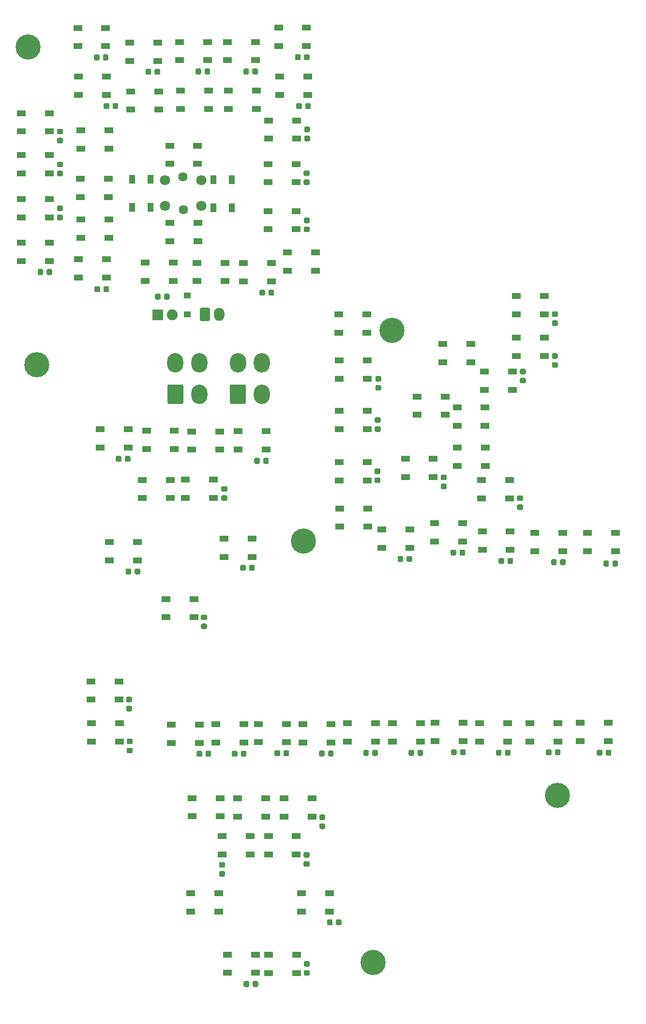
<source format=gbr>
%TF.GenerationSoftware,KiCad,Pcbnew,(5.1.6)-1*%
%TF.CreationDate,2021-07-24T00:53:30+10:00*%
%TF.ProjectId,DISP-EMC Panel PCB V1,44495350-2d45-44d4-9320-50616e656c20,rev?*%
%TF.SameCoordinates,Original*%
%TF.FileFunction,Soldermask,Top*%
%TF.FilePolarity,Negative*%
%FSLAX46Y46*%
G04 Gerber Fmt 4.6, Leading zero omitted, Abs format (unit mm)*
G04 Created by KiCad (PCBNEW (5.1.6)-1) date 2021-07-24 00:53:30*
%MOMM*%
%LPD*%
G01*
G04 APERTURE LIST*
%ADD10C,4.400000*%
%ADD11R,1.300000X1.000000*%
%ADD12O,2.800000X3.400000*%
%ADD13C,1.624000*%
%ADD14C,1.800000*%
%ADD15O,1.840000X2.290000*%
%ADD16R,1.100000X1.600000*%
%ADD17R,1.600000X1.100000*%
%ADD18C,1.900000*%
%ADD19R,1.900000X1.900000*%
G04 APERTURE END LIST*
D10*
%TO.C,6*%
X109829600Y-174244000D03*
%TD*%
%TO.C,5*%
X142087600Y-145034000D03*
%TD*%
%TO.C,4*%
X97637600Y-100558600D03*
%TD*%
%TO.C,3*%
X113131600Y-63754000D03*
%TD*%
%TO.C,3*%
X50977800Y-69748400D03*
%TD*%
%TO.C,1*%
X49403000Y-14198600D03*
%TD*%
%TO.C,C55*%
G36*
G01*
X135781250Y-93562500D02*
X135218750Y-93562500D01*
G75*
G02*
X134975000Y-93318750I0J243750D01*
G01*
X134975000Y-92831250D01*
G75*
G02*
X135218750Y-92587500I243750J0D01*
G01*
X135781250Y-92587500D01*
G75*
G02*
X136025000Y-92831250I0J-243750D01*
G01*
X136025000Y-93318750D01*
G75*
G02*
X135781250Y-93562500I-243750J0D01*
G01*
G37*
G36*
G01*
X135781250Y-95137500D02*
X135218750Y-95137500D01*
G75*
G02*
X134975000Y-94893750I0J243750D01*
G01*
X134975000Y-94406250D01*
G75*
G02*
X135218750Y-94162500I243750J0D01*
G01*
X135781250Y-94162500D01*
G75*
G02*
X136025000Y-94406250I0J-243750D01*
G01*
X136025000Y-94893750D01*
G75*
G02*
X135781250Y-95137500I-243750J0D01*
G01*
G37*
%TD*%
%TO.C,C54*%
G36*
G01*
X122431250Y-89937500D02*
X121868750Y-89937500D01*
G75*
G02*
X121625000Y-89693750I0J243750D01*
G01*
X121625000Y-89206250D01*
G75*
G02*
X121868750Y-88962500I243750J0D01*
G01*
X122431250Y-88962500D01*
G75*
G02*
X122675000Y-89206250I0J-243750D01*
G01*
X122675000Y-89693750D01*
G75*
G02*
X122431250Y-89937500I-243750J0D01*
G01*
G37*
G36*
G01*
X122431250Y-91512500D02*
X121868750Y-91512500D01*
G75*
G02*
X121625000Y-91268750I0J243750D01*
G01*
X121625000Y-90781250D01*
G75*
G02*
X121868750Y-90537500I243750J0D01*
G01*
X122431250Y-90537500D01*
G75*
G02*
X122675000Y-90781250I0J-243750D01*
G01*
X122675000Y-91268750D01*
G75*
G02*
X122431250Y-91512500I-243750J0D01*
G01*
G37*
%TD*%
%TO.C,C53*%
G36*
G01*
X135718750Y-72037500D02*
X136281250Y-72037500D01*
G75*
G02*
X136525000Y-72281250I0J-243750D01*
G01*
X136525000Y-72768750D01*
G75*
G02*
X136281250Y-73012500I-243750J0D01*
G01*
X135718750Y-73012500D01*
G75*
G02*
X135475000Y-72768750I0J243750D01*
G01*
X135475000Y-72281250D01*
G75*
G02*
X135718750Y-72037500I243750J0D01*
G01*
G37*
G36*
G01*
X135718750Y-70462500D02*
X136281250Y-70462500D01*
G75*
G02*
X136525000Y-70706250I0J-243750D01*
G01*
X136525000Y-71193750D01*
G75*
G02*
X136281250Y-71437500I-243750J0D01*
G01*
X135718750Y-71437500D01*
G75*
G02*
X135475000Y-71193750I0J243750D01*
G01*
X135475000Y-70706250D01*
G75*
G02*
X135718750Y-70462500I243750J0D01*
G01*
G37*
%TD*%
%TO.C,C52*%
G36*
G01*
X141881250Y-68700000D02*
X141318750Y-68700000D01*
G75*
G02*
X141075000Y-68456250I0J243750D01*
G01*
X141075000Y-67968750D01*
G75*
G02*
X141318750Y-67725000I243750J0D01*
G01*
X141881250Y-67725000D01*
G75*
G02*
X142125000Y-67968750I0J-243750D01*
G01*
X142125000Y-68456250D01*
G75*
G02*
X141881250Y-68700000I-243750J0D01*
G01*
G37*
G36*
G01*
X141881250Y-70275000D02*
X141318750Y-70275000D01*
G75*
G02*
X141075000Y-70031250I0J243750D01*
G01*
X141075000Y-69543750D01*
G75*
G02*
X141318750Y-69300000I243750J0D01*
G01*
X141881250Y-69300000D01*
G75*
G02*
X142125000Y-69543750I0J-243750D01*
G01*
X142125000Y-70031250D01*
G75*
G02*
X141881250Y-70275000I-243750J0D01*
G01*
G37*
%TD*%
%TO.C,C51*%
G36*
G01*
X141881250Y-61400000D02*
X141318750Y-61400000D01*
G75*
G02*
X141075000Y-61156250I0J243750D01*
G01*
X141075000Y-60668750D01*
G75*
G02*
X141318750Y-60425000I243750J0D01*
G01*
X141881250Y-60425000D01*
G75*
G02*
X142125000Y-60668750I0J-243750D01*
G01*
X142125000Y-61156250D01*
G75*
G02*
X141881250Y-61400000I-243750J0D01*
G01*
G37*
G36*
G01*
X141881250Y-62975000D02*
X141318750Y-62975000D01*
G75*
G02*
X141075000Y-62731250I0J243750D01*
G01*
X141075000Y-62243750D01*
G75*
G02*
X141318750Y-62000000I243750J0D01*
G01*
X141881250Y-62000000D01*
G75*
G02*
X142125000Y-62243750I0J-243750D01*
G01*
X142125000Y-62731250D01*
G75*
G02*
X141881250Y-62975000I-243750J0D01*
G01*
G37*
%TD*%
%TO.C,C50*%
G36*
G01*
X67381250Y-128762500D02*
X66818750Y-128762500D01*
G75*
G02*
X66575000Y-128518750I0J243750D01*
G01*
X66575000Y-128031250D01*
G75*
G02*
X66818750Y-127787500I243750J0D01*
G01*
X67381250Y-127787500D01*
G75*
G02*
X67625000Y-128031250I0J-243750D01*
G01*
X67625000Y-128518750D01*
G75*
G02*
X67381250Y-128762500I-243750J0D01*
G01*
G37*
G36*
G01*
X67381250Y-130337500D02*
X66818750Y-130337500D01*
G75*
G02*
X66575000Y-130093750I0J243750D01*
G01*
X66575000Y-129606250D01*
G75*
G02*
X66818750Y-129362500I243750J0D01*
G01*
X67381250Y-129362500D01*
G75*
G02*
X67625000Y-129606250I0J-243750D01*
G01*
X67625000Y-130093750D01*
G75*
G02*
X67381250Y-130337500I-243750J0D01*
G01*
G37*
%TD*%
%TO.C,C49*%
G36*
G01*
X67481250Y-136087500D02*
X66918750Y-136087500D01*
G75*
G02*
X66675000Y-135843750I0J243750D01*
G01*
X66675000Y-135356250D01*
G75*
G02*
X66918750Y-135112500I243750J0D01*
G01*
X67481250Y-135112500D01*
G75*
G02*
X67725000Y-135356250I0J-243750D01*
G01*
X67725000Y-135843750D01*
G75*
G02*
X67481250Y-136087500I-243750J0D01*
G01*
G37*
G36*
G01*
X67481250Y-137662500D02*
X66918750Y-137662500D01*
G75*
G02*
X66675000Y-137418750I0J243750D01*
G01*
X66675000Y-136931250D01*
G75*
G02*
X66918750Y-136687500I243750J0D01*
G01*
X67481250Y-136687500D01*
G75*
G02*
X67725000Y-136931250I0J-243750D01*
G01*
X67725000Y-137418750D01*
G75*
G02*
X67481250Y-137662500I-243750J0D01*
G01*
G37*
%TD*%
%TO.C,C48*%
G36*
G01*
X83631250Y-157650000D02*
X83068750Y-157650000D01*
G75*
G02*
X82825000Y-157406250I0J243750D01*
G01*
X82825000Y-156918750D01*
G75*
G02*
X83068750Y-156675000I243750J0D01*
G01*
X83631250Y-156675000D01*
G75*
G02*
X83875000Y-156918750I0J-243750D01*
G01*
X83875000Y-157406250D01*
G75*
G02*
X83631250Y-157650000I-243750J0D01*
G01*
G37*
G36*
G01*
X83631250Y-159225000D02*
X83068750Y-159225000D01*
G75*
G02*
X82825000Y-158981250I0J243750D01*
G01*
X82825000Y-158493750D01*
G75*
G02*
X83068750Y-158250000I243750J0D01*
G01*
X83631250Y-158250000D01*
G75*
G02*
X83875000Y-158493750I0J-243750D01*
G01*
X83875000Y-158981250D01*
G75*
G02*
X83631250Y-159225000I-243750J0D01*
G01*
G37*
%TD*%
%TO.C,C47*%
G36*
G01*
X88712500Y-178281250D02*
X88712500Y-177718750D01*
G75*
G02*
X88956250Y-177475000I243750J0D01*
G01*
X89443750Y-177475000D01*
G75*
G02*
X89687500Y-177718750I0J-243750D01*
G01*
X89687500Y-178281250D01*
G75*
G02*
X89443750Y-178525000I-243750J0D01*
G01*
X88956250Y-178525000D01*
G75*
G02*
X88712500Y-178281250I0J243750D01*
G01*
G37*
G36*
G01*
X87137500Y-178281250D02*
X87137500Y-177718750D01*
G75*
G02*
X87381250Y-177475000I243750J0D01*
G01*
X87868750Y-177475000D01*
G75*
G02*
X88112500Y-177718750I0J-243750D01*
G01*
X88112500Y-178281250D01*
G75*
G02*
X87868750Y-178525000I-243750J0D01*
G01*
X87381250Y-178525000D01*
G75*
G02*
X87137500Y-178281250I0J243750D01*
G01*
G37*
%TD*%
%TO.C,C46*%
G36*
G01*
X97918750Y-175562500D02*
X98481250Y-175562500D01*
G75*
G02*
X98725000Y-175806250I0J-243750D01*
G01*
X98725000Y-176293750D01*
G75*
G02*
X98481250Y-176537500I-243750J0D01*
G01*
X97918750Y-176537500D01*
G75*
G02*
X97675000Y-176293750I0J243750D01*
G01*
X97675000Y-175806250D01*
G75*
G02*
X97918750Y-175562500I243750J0D01*
G01*
G37*
G36*
G01*
X97918750Y-173987500D02*
X98481250Y-173987500D01*
G75*
G02*
X98725000Y-174231250I0J-243750D01*
G01*
X98725000Y-174718750D01*
G75*
G02*
X98481250Y-174962500I-243750J0D01*
G01*
X97918750Y-174962500D01*
G75*
G02*
X97675000Y-174718750I0J243750D01*
G01*
X97675000Y-174231250D01*
G75*
G02*
X97918750Y-173987500I243750J0D01*
G01*
G37*
%TD*%
%TO.C,C45*%
G36*
G01*
X102687500Y-166918750D02*
X102687500Y-167481250D01*
G75*
G02*
X102443750Y-167725000I-243750J0D01*
G01*
X101956250Y-167725000D01*
G75*
G02*
X101712500Y-167481250I0J243750D01*
G01*
X101712500Y-166918750D01*
G75*
G02*
X101956250Y-166675000I243750J0D01*
G01*
X102443750Y-166675000D01*
G75*
G02*
X102687500Y-166918750I0J-243750D01*
G01*
G37*
G36*
G01*
X104262500Y-166918750D02*
X104262500Y-167481250D01*
G75*
G02*
X104018750Y-167725000I-243750J0D01*
G01*
X103531250Y-167725000D01*
G75*
G02*
X103287500Y-167481250I0J243750D01*
G01*
X103287500Y-166918750D01*
G75*
G02*
X103531250Y-166675000I243750J0D01*
G01*
X104018750Y-166675000D01*
G75*
G02*
X104262500Y-166918750I0J-243750D01*
G01*
G37*
%TD*%
%TO.C,C44*%
G36*
G01*
X101181250Y-149337500D02*
X100618750Y-149337500D01*
G75*
G02*
X100375000Y-149093750I0J243750D01*
G01*
X100375000Y-148606250D01*
G75*
G02*
X100618750Y-148362500I243750J0D01*
G01*
X101181250Y-148362500D01*
G75*
G02*
X101425000Y-148606250I0J-243750D01*
G01*
X101425000Y-149093750D01*
G75*
G02*
X101181250Y-149337500I-243750J0D01*
G01*
G37*
G36*
G01*
X101181250Y-150912500D02*
X100618750Y-150912500D01*
G75*
G02*
X100375000Y-150668750I0J243750D01*
G01*
X100375000Y-150181250D01*
G75*
G02*
X100618750Y-149937500I243750J0D01*
G01*
X101181250Y-149937500D01*
G75*
G02*
X101425000Y-150181250I0J-243750D01*
G01*
X101425000Y-150668750D01*
G75*
G02*
X101181250Y-150912500I-243750J0D01*
G01*
G37*
%TD*%
%TO.C,C43*%
G36*
G01*
X150512500Y-137831250D02*
X150512500Y-137268750D01*
G75*
G02*
X150756250Y-137025000I243750J0D01*
G01*
X151243750Y-137025000D01*
G75*
G02*
X151487500Y-137268750I0J-243750D01*
G01*
X151487500Y-137831250D01*
G75*
G02*
X151243750Y-138075000I-243750J0D01*
G01*
X150756250Y-138075000D01*
G75*
G02*
X150512500Y-137831250I0J243750D01*
G01*
G37*
G36*
G01*
X148937500Y-137831250D02*
X148937500Y-137268750D01*
G75*
G02*
X149181250Y-137025000I243750J0D01*
G01*
X149668750Y-137025000D01*
G75*
G02*
X149912500Y-137268750I0J-243750D01*
G01*
X149912500Y-137831250D01*
G75*
G02*
X149668750Y-138075000I-243750J0D01*
G01*
X149181250Y-138075000D01*
G75*
G02*
X148937500Y-137831250I0J243750D01*
G01*
G37*
%TD*%
%TO.C,C42*%
G36*
G01*
X141612500Y-137781250D02*
X141612500Y-137218750D01*
G75*
G02*
X141856250Y-136975000I243750J0D01*
G01*
X142343750Y-136975000D01*
G75*
G02*
X142587500Y-137218750I0J-243750D01*
G01*
X142587500Y-137781250D01*
G75*
G02*
X142343750Y-138025000I-243750J0D01*
G01*
X141856250Y-138025000D01*
G75*
G02*
X141612500Y-137781250I0J243750D01*
G01*
G37*
G36*
G01*
X140037500Y-137781250D02*
X140037500Y-137218750D01*
G75*
G02*
X140281250Y-136975000I243750J0D01*
G01*
X140768750Y-136975000D01*
G75*
G02*
X141012500Y-137218750I0J-243750D01*
G01*
X141012500Y-137781250D01*
G75*
G02*
X140768750Y-138025000I-243750J0D01*
G01*
X140281250Y-138025000D01*
G75*
G02*
X140037500Y-137781250I0J243750D01*
G01*
G37*
%TD*%
%TO.C,C41*%
G36*
G01*
X125012500Y-137781250D02*
X125012500Y-137218750D01*
G75*
G02*
X125256250Y-136975000I243750J0D01*
G01*
X125743750Y-136975000D01*
G75*
G02*
X125987500Y-137218750I0J-243750D01*
G01*
X125987500Y-137781250D01*
G75*
G02*
X125743750Y-138025000I-243750J0D01*
G01*
X125256250Y-138025000D01*
G75*
G02*
X125012500Y-137781250I0J243750D01*
G01*
G37*
G36*
G01*
X123437500Y-137781250D02*
X123437500Y-137218750D01*
G75*
G02*
X123681250Y-136975000I243750J0D01*
G01*
X124168750Y-136975000D01*
G75*
G02*
X124412500Y-137218750I0J-243750D01*
G01*
X124412500Y-137781250D01*
G75*
G02*
X124168750Y-138025000I-243750J0D01*
G01*
X123681250Y-138025000D01*
G75*
G02*
X123437500Y-137781250I0J243750D01*
G01*
G37*
%TD*%
%TO.C,C40*%
G36*
G01*
X132862500Y-137831250D02*
X132862500Y-137268750D01*
G75*
G02*
X133106250Y-137025000I243750J0D01*
G01*
X133593750Y-137025000D01*
G75*
G02*
X133837500Y-137268750I0J-243750D01*
G01*
X133837500Y-137831250D01*
G75*
G02*
X133593750Y-138075000I-243750J0D01*
G01*
X133106250Y-138075000D01*
G75*
G02*
X132862500Y-137831250I0J243750D01*
G01*
G37*
G36*
G01*
X131287500Y-137831250D02*
X131287500Y-137268750D01*
G75*
G02*
X131531250Y-137025000I243750J0D01*
G01*
X132018750Y-137025000D01*
G75*
G02*
X132262500Y-137268750I0J-243750D01*
G01*
X132262500Y-137831250D01*
G75*
G02*
X132018750Y-138075000I-243750J0D01*
G01*
X131531250Y-138075000D01*
G75*
G02*
X131287500Y-137831250I0J243750D01*
G01*
G37*
%TD*%
%TO.C,C39*%
G36*
G01*
X109650000Y-137881250D02*
X109650000Y-137318750D01*
G75*
G02*
X109893750Y-137075000I243750J0D01*
G01*
X110381250Y-137075000D01*
G75*
G02*
X110625000Y-137318750I0J-243750D01*
G01*
X110625000Y-137881250D01*
G75*
G02*
X110381250Y-138125000I-243750J0D01*
G01*
X109893750Y-138125000D01*
G75*
G02*
X109650000Y-137881250I0J243750D01*
G01*
G37*
G36*
G01*
X108075000Y-137881250D02*
X108075000Y-137318750D01*
G75*
G02*
X108318750Y-137075000I243750J0D01*
G01*
X108806250Y-137075000D01*
G75*
G02*
X109050000Y-137318750I0J-243750D01*
G01*
X109050000Y-137881250D01*
G75*
G02*
X108806250Y-138125000I-243750J0D01*
G01*
X108318750Y-138125000D01*
G75*
G02*
X108075000Y-137881250I0J243750D01*
G01*
G37*
%TD*%
%TO.C,C38*%
G36*
G01*
X117562500Y-137881250D02*
X117562500Y-137318750D01*
G75*
G02*
X117806250Y-137075000I243750J0D01*
G01*
X118293750Y-137075000D01*
G75*
G02*
X118537500Y-137318750I0J-243750D01*
G01*
X118537500Y-137881250D01*
G75*
G02*
X118293750Y-138125000I-243750J0D01*
G01*
X117806250Y-138125000D01*
G75*
G02*
X117562500Y-137881250I0J243750D01*
G01*
G37*
G36*
G01*
X115987500Y-137881250D02*
X115987500Y-137318750D01*
G75*
G02*
X116231250Y-137075000I243750J0D01*
G01*
X116718750Y-137075000D01*
G75*
G02*
X116962500Y-137318750I0J-243750D01*
G01*
X116962500Y-137881250D01*
G75*
G02*
X116718750Y-138125000I-243750J0D01*
G01*
X116231250Y-138125000D01*
G75*
G02*
X115987500Y-137881250I0J243750D01*
G01*
G37*
%TD*%
%TO.C,C37*%
G36*
G01*
X98431250Y-155912500D02*
X97868750Y-155912500D01*
G75*
G02*
X97625000Y-155668750I0J243750D01*
G01*
X97625000Y-155181250D01*
G75*
G02*
X97868750Y-154937500I243750J0D01*
G01*
X98431250Y-154937500D01*
G75*
G02*
X98675000Y-155181250I0J-243750D01*
G01*
X98675000Y-155668750D01*
G75*
G02*
X98431250Y-155912500I-243750J0D01*
G01*
G37*
G36*
G01*
X98431250Y-157487500D02*
X97868750Y-157487500D01*
G75*
G02*
X97625000Y-157243750I0J243750D01*
G01*
X97625000Y-156756250D01*
G75*
G02*
X97868750Y-156512500I243750J0D01*
G01*
X98431250Y-156512500D01*
G75*
G02*
X98675000Y-156756250I0J-243750D01*
G01*
X98675000Y-157243750D01*
G75*
G02*
X98431250Y-157487500I-243750J0D01*
G01*
G37*
%TD*%
%TO.C,C26*%
G36*
G01*
X133312500Y-104331250D02*
X133312500Y-103768750D01*
G75*
G02*
X133556250Y-103525000I243750J0D01*
G01*
X134043750Y-103525000D01*
G75*
G02*
X134287500Y-103768750I0J-243750D01*
G01*
X134287500Y-104331250D01*
G75*
G02*
X134043750Y-104575000I-243750J0D01*
G01*
X133556250Y-104575000D01*
G75*
G02*
X133312500Y-104331250I0J243750D01*
G01*
G37*
G36*
G01*
X131737500Y-104331250D02*
X131737500Y-103768750D01*
G75*
G02*
X131981250Y-103525000I243750J0D01*
G01*
X132468750Y-103525000D01*
G75*
G02*
X132712500Y-103768750I0J-243750D01*
G01*
X132712500Y-104331250D01*
G75*
G02*
X132468750Y-104575000I-243750J0D01*
G01*
X131981250Y-104575000D01*
G75*
G02*
X131737500Y-104331250I0J243750D01*
G01*
G37*
%TD*%
%TO.C,C23*%
G36*
G01*
X115662500Y-103981250D02*
X115662500Y-103418750D01*
G75*
G02*
X115906250Y-103175000I243750J0D01*
G01*
X116393750Y-103175000D01*
G75*
G02*
X116637500Y-103418750I0J-243750D01*
G01*
X116637500Y-103981250D01*
G75*
G02*
X116393750Y-104225000I-243750J0D01*
G01*
X115906250Y-104225000D01*
G75*
G02*
X115662500Y-103981250I0J243750D01*
G01*
G37*
G36*
G01*
X114087500Y-103981250D02*
X114087500Y-103418750D01*
G75*
G02*
X114331250Y-103175000I243750J0D01*
G01*
X114818750Y-103175000D01*
G75*
G02*
X115062500Y-103418750I0J-243750D01*
G01*
X115062500Y-103981250D01*
G75*
G02*
X114818750Y-104225000I-243750J0D01*
G01*
X114331250Y-104225000D01*
G75*
G02*
X114087500Y-103981250I0J243750D01*
G01*
G37*
%TD*%
%TO.C,C36*%
G36*
G01*
X101912500Y-137981250D02*
X101912500Y-137418750D01*
G75*
G02*
X102156250Y-137175000I243750J0D01*
G01*
X102643750Y-137175000D01*
G75*
G02*
X102887500Y-137418750I0J-243750D01*
G01*
X102887500Y-137981250D01*
G75*
G02*
X102643750Y-138225000I-243750J0D01*
G01*
X102156250Y-138225000D01*
G75*
G02*
X101912500Y-137981250I0J243750D01*
G01*
G37*
G36*
G01*
X100337500Y-137981250D02*
X100337500Y-137418750D01*
G75*
G02*
X100581250Y-137175000I243750J0D01*
G01*
X101068750Y-137175000D01*
G75*
G02*
X101312500Y-137418750I0J-243750D01*
G01*
X101312500Y-137981250D01*
G75*
G02*
X101068750Y-138225000I-243750J0D01*
G01*
X100581250Y-138225000D01*
G75*
G02*
X100337500Y-137981250I0J243750D01*
G01*
G37*
%TD*%
%TO.C,C35*%
G36*
G01*
X94112500Y-137931250D02*
X94112500Y-137368750D01*
G75*
G02*
X94356250Y-137125000I243750J0D01*
G01*
X94843750Y-137125000D01*
G75*
G02*
X95087500Y-137368750I0J-243750D01*
G01*
X95087500Y-137931250D01*
G75*
G02*
X94843750Y-138175000I-243750J0D01*
G01*
X94356250Y-138175000D01*
G75*
G02*
X94112500Y-137931250I0J243750D01*
G01*
G37*
G36*
G01*
X92537500Y-137931250D02*
X92537500Y-137368750D01*
G75*
G02*
X92781250Y-137125000I243750J0D01*
G01*
X93268750Y-137125000D01*
G75*
G02*
X93512500Y-137368750I0J-243750D01*
G01*
X93512500Y-137931250D01*
G75*
G02*
X93268750Y-138175000I-243750J0D01*
G01*
X92781250Y-138175000D01*
G75*
G02*
X92537500Y-137931250I0J243750D01*
G01*
G37*
%TD*%
%TO.C,C34*%
G36*
G01*
X79887500Y-137468750D02*
X79887500Y-138031250D01*
G75*
G02*
X79643750Y-138275000I-243750J0D01*
G01*
X79156250Y-138275000D01*
G75*
G02*
X78912500Y-138031250I0J243750D01*
G01*
X78912500Y-137468750D01*
G75*
G02*
X79156250Y-137225000I243750J0D01*
G01*
X79643750Y-137225000D01*
G75*
G02*
X79887500Y-137468750I0J-243750D01*
G01*
G37*
G36*
G01*
X81462500Y-137468750D02*
X81462500Y-138031250D01*
G75*
G02*
X81218750Y-138275000I-243750J0D01*
G01*
X80731250Y-138275000D01*
G75*
G02*
X80487500Y-138031250I0J243750D01*
G01*
X80487500Y-137468750D01*
G75*
G02*
X80731250Y-137225000I243750J0D01*
G01*
X81218750Y-137225000D01*
G75*
G02*
X81462500Y-137468750I0J-243750D01*
G01*
G37*
%TD*%
%TO.C,C33*%
G36*
G01*
X86650000Y-138031250D02*
X86650000Y-137468750D01*
G75*
G02*
X86893750Y-137225000I243750J0D01*
G01*
X87381250Y-137225000D01*
G75*
G02*
X87625000Y-137468750I0J-243750D01*
G01*
X87625000Y-138031250D01*
G75*
G02*
X87381250Y-138275000I-243750J0D01*
G01*
X86893750Y-138275000D01*
G75*
G02*
X86650000Y-138031250I0J243750D01*
G01*
G37*
G36*
G01*
X85075000Y-138031250D02*
X85075000Y-137468750D01*
G75*
G02*
X85318750Y-137225000I243750J0D01*
G01*
X85806250Y-137225000D01*
G75*
G02*
X86050000Y-137468750I0J-243750D01*
G01*
X86050000Y-138031250D01*
G75*
G02*
X85806250Y-138275000I-243750J0D01*
G01*
X85318750Y-138275000D01*
G75*
G02*
X85075000Y-138031250I0J243750D01*
G01*
G37*
%TD*%
%TO.C,C32*%
G36*
G01*
X83468750Y-92562500D02*
X84031250Y-92562500D01*
G75*
G02*
X84275000Y-92806250I0J-243750D01*
G01*
X84275000Y-93293750D01*
G75*
G02*
X84031250Y-93537500I-243750J0D01*
G01*
X83468750Y-93537500D01*
G75*
G02*
X83225000Y-93293750I0J243750D01*
G01*
X83225000Y-92806250D01*
G75*
G02*
X83468750Y-92562500I243750J0D01*
G01*
G37*
G36*
G01*
X83468750Y-90987500D02*
X84031250Y-90987500D01*
G75*
G02*
X84275000Y-91231250I0J-243750D01*
G01*
X84275000Y-91718750D01*
G75*
G02*
X84031250Y-91962500I-243750J0D01*
G01*
X83468750Y-91962500D01*
G75*
G02*
X83225000Y-91718750I0J243750D01*
G01*
X83225000Y-91231250D01*
G75*
G02*
X83468750Y-90987500I243750J0D01*
G01*
G37*
%TD*%
%TO.C,C31*%
G36*
G01*
X88112500Y-105531250D02*
X88112500Y-104968750D01*
G75*
G02*
X88356250Y-104725000I243750J0D01*
G01*
X88843750Y-104725000D01*
G75*
G02*
X89087500Y-104968750I0J-243750D01*
G01*
X89087500Y-105531250D01*
G75*
G02*
X88843750Y-105775000I-243750J0D01*
G01*
X88356250Y-105775000D01*
G75*
G02*
X88112500Y-105531250I0J243750D01*
G01*
G37*
G36*
G01*
X86537500Y-105531250D02*
X86537500Y-104968750D01*
G75*
G02*
X86781250Y-104725000I243750J0D01*
G01*
X87268750Y-104725000D01*
G75*
G02*
X87512500Y-104968750I0J-243750D01*
G01*
X87512500Y-105531250D01*
G75*
G02*
X87268750Y-105775000I-243750J0D01*
G01*
X86781250Y-105775000D01*
G75*
G02*
X86537500Y-105531250I0J243750D01*
G01*
G37*
%TD*%
%TO.C,C30*%
G36*
G01*
X90562500Y-86831250D02*
X90562500Y-86268750D01*
G75*
G02*
X90806250Y-86025000I243750J0D01*
G01*
X91293750Y-86025000D01*
G75*
G02*
X91537500Y-86268750I0J-243750D01*
G01*
X91537500Y-86831250D01*
G75*
G02*
X91293750Y-87075000I-243750J0D01*
G01*
X90806250Y-87075000D01*
G75*
G02*
X90562500Y-86831250I0J243750D01*
G01*
G37*
G36*
G01*
X88987500Y-86831250D02*
X88987500Y-86268750D01*
G75*
G02*
X89231250Y-86025000I243750J0D01*
G01*
X89718750Y-86025000D01*
G75*
G02*
X89962500Y-86268750I0J-243750D01*
G01*
X89962500Y-86831250D01*
G75*
G02*
X89718750Y-87075000I-243750J0D01*
G01*
X89231250Y-87075000D01*
G75*
G02*
X88987500Y-86831250I0J243750D01*
G01*
G37*
%TD*%
%TO.C,C29*%
G36*
G01*
X80481250Y-114387500D02*
X79918750Y-114387500D01*
G75*
G02*
X79675000Y-114143750I0J243750D01*
G01*
X79675000Y-113656250D01*
G75*
G02*
X79918750Y-113412500I243750J0D01*
G01*
X80481250Y-113412500D01*
G75*
G02*
X80725000Y-113656250I0J-243750D01*
G01*
X80725000Y-114143750D01*
G75*
G02*
X80481250Y-114387500I-243750J0D01*
G01*
G37*
G36*
G01*
X80481250Y-115962500D02*
X79918750Y-115962500D01*
G75*
G02*
X79675000Y-115718750I0J243750D01*
G01*
X79675000Y-115231250D01*
G75*
G02*
X79918750Y-114987500I243750J0D01*
G01*
X80481250Y-114987500D01*
G75*
G02*
X80725000Y-115231250I0J-243750D01*
G01*
X80725000Y-115718750D01*
G75*
G02*
X80481250Y-115962500I-243750J0D01*
G01*
G37*
%TD*%
%TO.C,C28*%
G36*
G01*
X68062500Y-106181250D02*
X68062500Y-105618750D01*
G75*
G02*
X68306250Y-105375000I243750J0D01*
G01*
X68793750Y-105375000D01*
G75*
G02*
X69037500Y-105618750I0J-243750D01*
G01*
X69037500Y-106181250D01*
G75*
G02*
X68793750Y-106425000I-243750J0D01*
G01*
X68306250Y-106425000D01*
G75*
G02*
X68062500Y-106181250I0J243750D01*
G01*
G37*
G36*
G01*
X66487500Y-106181250D02*
X66487500Y-105618750D01*
G75*
G02*
X66731250Y-105375000I243750J0D01*
G01*
X67218750Y-105375000D01*
G75*
G02*
X67462500Y-105618750I0J-243750D01*
G01*
X67462500Y-106181250D01*
G75*
G02*
X67218750Y-106425000I-243750J0D01*
G01*
X66731250Y-106425000D01*
G75*
G02*
X66487500Y-106181250I0J243750D01*
G01*
G37*
%TD*%
%TO.C,C27*%
G36*
G01*
X66362500Y-86481250D02*
X66362500Y-85918750D01*
G75*
G02*
X66606250Y-85675000I243750J0D01*
G01*
X67093750Y-85675000D01*
G75*
G02*
X67337500Y-85918750I0J-243750D01*
G01*
X67337500Y-86481250D01*
G75*
G02*
X67093750Y-86725000I-243750J0D01*
G01*
X66606250Y-86725000D01*
G75*
G02*
X66362500Y-86481250I0J243750D01*
G01*
G37*
G36*
G01*
X64787500Y-86481250D02*
X64787500Y-85918750D01*
G75*
G02*
X65031250Y-85675000I243750J0D01*
G01*
X65518750Y-85675000D01*
G75*
G02*
X65762500Y-85918750I0J-243750D01*
G01*
X65762500Y-86481250D01*
G75*
G02*
X65518750Y-86725000I-243750J0D01*
G01*
X65031250Y-86725000D01*
G75*
G02*
X64787500Y-86481250I0J243750D01*
G01*
G37*
%TD*%
%TO.C,C25*%
G36*
G01*
X142512500Y-104531250D02*
X142512500Y-103968750D01*
G75*
G02*
X142756250Y-103725000I243750J0D01*
G01*
X143243750Y-103725000D01*
G75*
G02*
X143487500Y-103968750I0J-243750D01*
G01*
X143487500Y-104531250D01*
G75*
G02*
X143243750Y-104775000I-243750J0D01*
G01*
X142756250Y-104775000D01*
G75*
G02*
X142512500Y-104531250I0J243750D01*
G01*
G37*
G36*
G01*
X140937500Y-104531250D02*
X140937500Y-103968750D01*
G75*
G02*
X141181250Y-103725000I243750J0D01*
G01*
X141668750Y-103725000D01*
G75*
G02*
X141912500Y-103968750I0J-243750D01*
G01*
X141912500Y-104531250D01*
G75*
G02*
X141668750Y-104775000I-243750J0D01*
G01*
X141181250Y-104775000D01*
G75*
G02*
X140937500Y-104531250I0J243750D01*
G01*
G37*
%TD*%
%TO.C,C24*%
G36*
G01*
X124912500Y-102881250D02*
X124912500Y-102318750D01*
G75*
G02*
X125156250Y-102075000I243750J0D01*
G01*
X125643750Y-102075000D01*
G75*
G02*
X125887500Y-102318750I0J-243750D01*
G01*
X125887500Y-102881250D01*
G75*
G02*
X125643750Y-103125000I-243750J0D01*
G01*
X125156250Y-103125000D01*
G75*
G02*
X124912500Y-102881250I0J243750D01*
G01*
G37*
G36*
G01*
X123337500Y-102881250D02*
X123337500Y-102318750D01*
G75*
G02*
X123581250Y-102075000I243750J0D01*
G01*
X124068750Y-102075000D01*
G75*
G02*
X124312500Y-102318750I0J-243750D01*
G01*
X124312500Y-102881250D01*
G75*
G02*
X124068750Y-103125000I-243750J0D01*
G01*
X123581250Y-103125000D01*
G75*
G02*
X123337500Y-102881250I0J243750D01*
G01*
G37*
%TD*%
%TO.C,C22*%
G36*
G01*
X110318750Y-80512500D02*
X110881250Y-80512500D01*
G75*
G02*
X111125000Y-80756250I0J-243750D01*
G01*
X111125000Y-81243750D01*
G75*
G02*
X110881250Y-81487500I-243750J0D01*
G01*
X110318750Y-81487500D01*
G75*
G02*
X110075000Y-81243750I0J243750D01*
G01*
X110075000Y-80756250D01*
G75*
G02*
X110318750Y-80512500I243750J0D01*
G01*
G37*
G36*
G01*
X110318750Y-78937500D02*
X110881250Y-78937500D01*
G75*
G02*
X111125000Y-79181250I0J-243750D01*
G01*
X111125000Y-79668750D01*
G75*
G02*
X110881250Y-79912500I-243750J0D01*
G01*
X110318750Y-79912500D01*
G75*
G02*
X110075000Y-79668750I0J243750D01*
G01*
X110075000Y-79181250D01*
G75*
G02*
X110318750Y-78937500I243750J0D01*
G01*
G37*
%TD*%
%TO.C,C21*%
G36*
G01*
X110268750Y-89462500D02*
X110831250Y-89462500D01*
G75*
G02*
X111075000Y-89706250I0J-243750D01*
G01*
X111075000Y-90193750D01*
G75*
G02*
X110831250Y-90437500I-243750J0D01*
G01*
X110268750Y-90437500D01*
G75*
G02*
X110025000Y-90193750I0J243750D01*
G01*
X110025000Y-89706250D01*
G75*
G02*
X110268750Y-89462500I243750J0D01*
G01*
G37*
G36*
G01*
X110268750Y-87887500D02*
X110831250Y-87887500D01*
G75*
G02*
X111075000Y-88131250I0J-243750D01*
G01*
X111075000Y-88618750D01*
G75*
G02*
X110831250Y-88862500I-243750J0D01*
G01*
X110268750Y-88862500D01*
G75*
G02*
X110025000Y-88618750I0J243750D01*
G01*
X110025000Y-88131250D01*
G75*
G02*
X110268750Y-87887500I243750J0D01*
G01*
G37*
%TD*%
%TO.C,C20*%
G36*
G01*
X151662500Y-104781250D02*
X151662500Y-104218750D01*
G75*
G02*
X151906250Y-103975000I243750J0D01*
G01*
X152393750Y-103975000D01*
G75*
G02*
X152637500Y-104218750I0J-243750D01*
G01*
X152637500Y-104781250D01*
G75*
G02*
X152393750Y-105025000I-243750J0D01*
G01*
X151906250Y-105025000D01*
G75*
G02*
X151662500Y-104781250I0J243750D01*
G01*
G37*
G36*
G01*
X150087500Y-104781250D02*
X150087500Y-104218750D01*
G75*
G02*
X150331250Y-103975000I243750J0D01*
G01*
X150818750Y-103975000D01*
G75*
G02*
X151062500Y-104218750I0J-243750D01*
G01*
X151062500Y-104781250D01*
G75*
G02*
X150818750Y-105025000I-243750J0D01*
G01*
X150331250Y-105025000D01*
G75*
G02*
X150087500Y-104781250I0J243750D01*
G01*
G37*
%TD*%
D11*
%TO.C,D80*%
X77300000Y-60950000D03*
X77300000Y-57650000D03*
%TD*%
%TO.C,R1*%
G36*
G01*
X73212500Y-58131250D02*
X73212500Y-57568750D01*
G75*
G02*
X73456250Y-57325000I243750J0D01*
G01*
X73943750Y-57325000D01*
G75*
G02*
X74187500Y-57568750I0J-243750D01*
G01*
X74187500Y-58131250D01*
G75*
G02*
X73943750Y-58375000I-243750J0D01*
G01*
X73456250Y-58375000D01*
G75*
G02*
X73212500Y-58131250I0J243750D01*
G01*
G37*
G36*
G01*
X71637500Y-58131250D02*
X71637500Y-57568750D01*
G75*
G02*
X71881250Y-57325000I243750J0D01*
G01*
X72368750Y-57325000D01*
G75*
G02*
X72612500Y-57568750I0J-243750D01*
G01*
X72612500Y-58131250D01*
G75*
G02*
X72368750Y-58375000I-243750J0D01*
G01*
X71881250Y-58375000D01*
G75*
G02*
X71637500Y-58131250I0J243750D01*
G01*
G37*
%TD*%
D12*
%TO.C,J2*%
X79400000Y-69400000D03*
X75200000Y-69400000D03*
X79400000Y-74900000D03*
G36*
G01*
X73800000Y-76340740D02*
X73800000Y-73459260D01*
G75*
G02*
X74059260Y-73200000I259260J0D01*
G01*
X76340740Y-73200000D01*
G75*
G02*
X76600000Y-73459260I0J-259260D01*
G01*
X76600000Y-76340740D01*
G75*
G02*
X76340740Y-76600000I-259260J0D01*
G01*
X74059260Y-76600000D01*
G75*
G02*
X73800000Y-76340740I0J259260D01*
G01*
G37*
%TD*%
%TO.C,J1*%
X90350000Y-69400000D03*
X86150000Y-69400000D03*
X90350000Y-74900000D03*
G36*
G01*
X84750000Y-76340740D02*
X84750000Y-73459260D01*
G75*
G02*
X85009260Y-73200000I259260J0D01*
G01*
X87290740Y-73200000D01*
G75*
G02*
X87550000Y-73459260I0J-259260D01*
G01*
X87550000Y-76340740D01*
G75*
G02*
X87290740Y-76600000I-259260J0D01*
G01*
X85009260Y-76600000D01*
G75*
G02*
X84750000Y-76340740I0J259260D01*
G01*
G37*
%TD*%
%TO.C,C19*%
G36*
G01*
X110981250Y-72687500D02*
X110418750Y-72687500D01*
G75*
G02*
X110175000Y-72443750I0J243750D01*
G01*
X110175000Y-71956250D01*
G75*
G02*
X110418750Y-71712500I243750J0D01*
G01*
X110981250Y-71712500D01*
G75*
G02*
X111225000Y-71956250I0J-243750D01*
G01*
X111225000Y-72443750D01*
G75*
G02*
X110981250Y-72687500I-243750J0D01*
G01*
G37*
G36*
G01*
X110981250Y-74262500D02*
X110418750Y-74262500D01*
G75*
G02*
X110175000Y-74018750I0J243750D01*
G01*
X110175000Y-73531250D01*
G75*
G02*
X110418750Y-73287500I243750J0D01*
G01*
X110981250Y-73287500D01*
G75*
G02*
X111225000Y-73531250I0J-243750D01*
G01*
X111225000Y-74018750D01*
G75*
G02*
X110981250Y-74262500I-243750J0D01*
G01*
G37*
%TD*%
%TO.C,C18*%
G36*
G01*
X97868750Y-37362500D02*
X98431250Y-37362500D01*
G75*
G02*
X98675000Y-37606250I0J-243750D01*
G01*
X98675000Y-38093750D01*
G75*
G02*
X98431250Y-38337500I-243750J0D01*
G01*
X97868750Y-38337500D01*
G75*
G02*
X97625000Y-38093750I0J243750D01*
G01*
X97625000Y-37606250D01*
G75*
G02*
X97868750Y-37362500I243750J0D01*
G01*
G37*
G36*
G01*
X97868750Y-35787500D02*
X98431250Y-35787500D01*
G75*
G02*
X98675000Y-36031250I0J-243750D01*
G01*
X98675000Y-36518750D01*
G75*
G02*
X98431250Y-36762500I-243750J0D01*
G01*
X97868750Y-36762500D01*
G75*
G02*
X97625000Y-36518750I0J243750D01*
G01*
X97625000Y-36031250D01*
G75*
G02*
X97868750Y-35787500I243750J0D01*
G01*
G37*
%TD*%
%TO.C,C17*%
G36*
G01*
X97918750Y-45612500D02*
X98481250Y-45612500D01*
G75*
G02*
X98725000Y-45856250I0J-243750D01*
G01*
X98725000Y-46343750D01*
G75*
G02*
X98481250Y-46587500I-243750J0D01*
G01*
X97918750Y-46587500D01*
G75*
G02*
X97675000Y-46343750I0J243750D01*
G01*
X97675000Y-45856250D01*
G75*
G02*
X97918750Y-45612500I243750J0D01*
G01*
G37*
G36*
G01*
X97918750Y-44037500D02*
X98481250Y-44037500D01*
G75*
G02*
X98725000Y-44281250I0J-243750D01*
G01*
X98725000Y-44768750D01*
G75*
G02*
X98481250Y-45012500I-243750J0D01*
G01*
X97918750Y-45012500D01*
G75*
G02*
X97675000Y-44768750I0J243750D01*
G01*
X97675000Y-44281250D01*
G75*
G02*
X97918750Y-44037500I243750J0D01*
G01*
G37*
%TD*%
%TO.C,C16*%
G36*
G01*
X91500000Y-57431250D02*
X91500000Y-56868750D01*
G75*
G02*
X91743750Y-56625000I243750J0D01*
G01*
X92231250Y-56625000D01*
G75*
G02*
X92475000Y-56868750I0J-243750D01*
G01*
X92475000Y-57431250D01*
G75*
G02*
X92231250Y-57675000I-243750J0D01*
G01*
X91743750Y-57675000D01*
G75*
G02*
X91500000Y-57431250I0J243750D01*
G01*
G37*
G36*
G01*
X89925000Y-57431250D02*
X89925000Y-56868750D01*
G75*
G02*
X90168750Y-56625000I243750J0D01*
G01*
X90656250Y-56625000D01*
G75*
G02*
X90900000Y-56868750I0J-243750D01*
G01*
X90900000Y-57431250D01*
G75*
G02*
X90656250Y-57675000I-243750J0D01*
G01*
X90168750Y-57675000D01*
G75*
G02*
X89925000Y-57431250I0J243750D01*
G01*
G37*
%TD*%
%TO.C,C15*%
G36*
G01*
X97968750Y-29712500D02*
X98531250Y-29712500D01*
G75*
G02*
X98775000Y-29956250I0J-243750D01*
G01*
X98775000Y-30443750D01*
G75*
G02*
X98531250Y-30687500I-243750J0D01*
G01*
X97968750Y-30687500D01*
G75*
G02*
X97725000Y-30443750I0J243750D01*
G01*
X97725000Y-29956250D01*
G75*
G02*
X97968750Y-29712500I243750J0D01*
G01*
G37*
G36*
G01*
X97968750Y-28137500D02*
X98531250Y-28137500D01*
G75*
G02*
X98775000Y-28381250I0J-243750D01*
G01*
X98775000Y-28868750D01*
G75*
G02*
X98531250Y-29112500I-243750J0D01*
G01*
X97968750Y-29112500D01*
G75*
G02*
X97725000Y-28868750I0J243750D01*
G01*
X97725000Y-28381250D01*
G75*
G02*
X97968750Y-28137500I243750J0D01*
G01*
G37*
%TD*%
%TO.C,C14*%
G36*
G01*
X97712500Y-16281250D02*
X97712500Y-15718750D01*
G75*
G02*
X97956250Y-15475000I243750J0D01*
G01*
X98443750Y-15475000D01*
G75*
G02*
X98687500Y-15718750I0J-243750D01*
G01*
X98687500Y-16281250D01*
G75*
G02*
X98443750Y-16525000I-243750J0D01*
G01*
X97956250Y-16525000D01*
G75*
G02*
X97712500Y-16281250I0J243750D01*
G01*
G37*
G36*
G01*
X96137500Y-16281250D02*
X96137500Y-15718750D01*
G75*
G02*
X96381250Y-15475000I243750J0D01*
G01*
X96868750Y-15475000D01*
G75*
G02*
X97112500Y-15718750I0J-243750D01*
G01*
X97112500Y-16281250D01*
G75*
G02*
X96868750Y-16525000I-243750J0D01*
G01*
X96381250Y-16525000D01*
G75*
G02*
X96137500Y-16281250I0J243750D01*
G01*
G37*
%TD*%
%TO.C,C13*%
G36*
G01*
X97912500Y-24831250D02*
X97912500Y-24268750D01*
G75*
G02*
X98156250Y-24025000I243750J0D01*
G01*
X98643750Y-24025000D01*
G75*
G02*
X98887500Y-24268750I0J-243750D01*
G01*
X98887500Y-24831250D01*
G75*
G02*
X98643750Y-25075000I-243750J0D01*
G01*
X98156250Y-25075000D01*
G75*
G02*
X97912500Y-24831250I0J243750D01*
G01*
G37*
G36*
G01*
X96337500Y-24831250D02*
X96337500Y-24268750D01*
G75*
G02*
X96581250Y-24025000I243750J0D01*
G01*
X97068750Y-24025000D01*
G75*
G02*
X97312500Y-24268750I0J-243750D01*
G01*
X97312500Y-24831250D01*
G75*
G02*
X97068750Y-25075000I-243750J0D01*
G01*
X96581250Y-25075000D01*
G75*
G02*
X96337500Y-24831250I0J243750D01*
G01*
G37*
%TD*%
%TO.C,C12*%
G36*
G01*
X88662500Y-18781250D02*
X88662500Y-18218750D01*
G75*
G02*
X88906250Y-17975000I243750J0D01*
G01*
X89393750Y-17975000D01*
G75*
G02*
X89637500Y-18218750I0J-243750D01*
G01*
X89637500Y-18781250D01*
G75*
G02*
X89393750Y-19025000I-243750J0D01*
G01*
X88906250Y-19025000D01*
G75*
G02*
X88662500Y-18781250I0J243750D01*
G01*
G37*
G36*
G01*
X87087500Y-18781250D02*
X87087500Y-18218750D01*
G75*
G02*
X87331250Y-17975000I243750J0D01*
G01*
X87818750Y-17975000D01*
G75*
G02*
X88062500Y-18218750I0J-243750D01*
G01*
X88062500Y-18781250D01*
G75*
G02*
X87818750Y-19025000I-243750J0D01*
G01*
X87331250Y-19025000D01*
G75*
G02*
X87087500Y-18781250I0J243750D01*
G01*
G37*
%TD*%
%TO.C,C11*%
G36*
G01*
X80300000Y-18781250D02*
X80300000Y-18218750D01*
G75*
G02*
X80543750Y-17975000I243750J0D01*
G01*
X81031250Y-17975000D01*
G75*
G02*
X81275000Y-18218750I0J-243750D01*
G01*
X81275000Y-18781250D01*
G75*
G02*
X81031250Y-19025000I-243750J0D01*
G01*
X80543750Y-19025000D01*
G75*
G02*
X80300000Y-18781250I0J243750D01*
G01*
G37*
G36*
G01*
X78725000Y-18781250D02*
X78725000Y-18218750D01*
G75*
G02*
X78968750Y-17975000I243750J0D01*
G01*
X79456250Y-17975000D01*
G75*
G02*
X79700000Y-18218750I0J-243750D01*
G01*
X79700000Y-18781250D01*
G75*
G02*
X79456250Y-19025000I-243750J0D01*
G01*
X78968750Y-19025000D01*
G75*
G02*
X78725000Y-18781250I0J243750D01*
G01*
G37*
%TD*%
%TO.C,C10*%
G36*
G01*
X71562500Y-18831250D02*
X71562500Y-18268750D01*
G75*
G02*
X71806250Y-18025000I243750J0D01*
G01*
X72293750Y-18025000D01*
G75*
G02*
X72537500Y-18268750I0J-243750D01*
G01*
X72537500Y-18831250D01*
G75*
G02*
X72293750Y-19075000I-243750J0D01*
G01*
X71806250Y-19075000D01*
G75*
G02*
X71562500Y-18831250I0J243750D01*
G01*
G37*
G36*
G01*
X69987500Y-18831250D02*
X69987500Y-18268750D01*
G75*
G02*
X70231250Y-18025000I243750J0D01*
G01*
X70718750Y-18025000D01*
G75*
G02*
X70962500Y-18268750I0J-243750D01*
G01*
X70962500Y-18831250D01*
G75*
G02*
X70718750Y-19075000I-243750J0D01*
G01*
X70231250Y-19075000D01*
G75*
G02*
X69987500Y-18831250I0J243750D01*
G01*
G37*
%TD*%
%TO.C,C9*%
G36*
G01*
X62512500Y-16331250D02*
X62512500Y-15768750D01*
G75*
G02*
X62756250Y-15525000I243750J0D01*
G01*
X63243750Y-15525000D01*
G75*
G02*
X63487500Y-15768750I0J-243750D01*
G01*
X63487500Y-16331250D01*
G75*
G02*
X63243750Y-16575000I-243750J0D01*
G01*
X62756250Y-16575000D01*
G75*
G02*
X62512500Y-16331250I0J243750D01*
G01*
G37*
G36*
G01*
X60937500Y-16331250D02*
X60937500Y-15768750D01*
G75*
G02*
X61181250Y-15525000I243750J0D01*
G01*
X61668750Y-15525000D01*
G75*
G02*
X61912500Y-15768750I0J-243750D01*
G01*
X61912500Y-16331250D01*
G75*
G02*
X61668750Y-16575000I-243750J0D01*
G01*
X61181250Y-16575000D01*
G75*
G02*
X60937500Y-16331250I0J243750D01*
G01*
G37*
%TD*%
%TO.C,C8*%
G36*
G01*
X63637500Y-24268750D02*
X63637500Y-24831250D01*
G75*
G02*
X63393750Y-25075000I-243750J0D01*
G01*
X62906250Y-25075000D01*
G75*
G02*
X62662500Y-24831250I0J243750D01*
G01*
X62662500Y-24268750D01*
G75*
G02*
X62906250Y-24025000I243750J0D01*
G01*
X63393750Y-24025000D01*
G75*
G02*
X63637500Y-24268750I0J-243750D01*
G01*
G37*
G36*
G01*
X65212500Y-24268750D02*
X65212500Y-24831250D01*
G75*
G02*
X64968750Y-25075000I-243750J0D01*
G01*
X64481250Y-25075000D01*
G75*
G02*
X64237500Y-24831250I0J243750D01*
G01*
X64237500Y-24268750D01*
G75*
G02*
X64481250Y-24025000I243750J0D01*
G01*
X64968750Y-24025000D01*
G75*
G02*
X65212500Y-24268750I0J-243750D01*
G01*
G37*
%TD*%
%TO.C,C6*%
G36*
G01*
X62612500Y-56831250D02*
X62612500Y-56268750D01*
G75*
G02*
X62856250Y-56025000I243750J0D01*
G01*
X63343750Y-56025000D01*
G75*
G02*
X63587500Y-56268750I0J-243750D01*
G01*
X63587500Y-56831250D01*
G75*
G02*
X63343750Y-57075000I-243750J0D01*
G01*
X62856250Y-57075000D01*
G75*
G02*
X62612500Y-56831250I0J243750D01*
G01*
G37*
G36*
G01*
X61037500Y-56831250D02*
X61037500Y-56268750D01*
G75*
G02*
X61281250Y-56025000I243750J0D01*
G01*
X61768750Y-56025000D01*
G75*
G02*
X62012500Y-56268750I0J-243750D01*
G01*
X62012500Y-56831250D01*
G75*
G02*
X61768750Y-57075000I-243750J0D01*
G01*
X61281250Y-57075000D01*
G75*
G02*
X61037500Y-56831250I0J243750D01*
G01*
G37*
%TD*%
%TO.C,C5*%
G36*
G01*
X52662500Y-53831250D02*
X52662500Y-53268750D01*
G75*
G02*
X52906250Y-53025000I243750J0D01*
G01*
X53393750Y-53025000D01*
G75*
G02*
X53637500Y-53268750I0J-243750D01*
G01*
X53637500Y-53831250D01*
G75*
G02*
X53393750Y-54075000I-243750J0D01*
G01*
X52906250Y-54075000D01*
G75*
G02*
X52662500Y-53831250I0J243750D01*
G01*
G37*
G36*
G01*
X51087500Y-53831250D02*
X51087500Y-53268750D01*
G75*
G02*
X51331250Y-53025000I243750J0D01*
G01*
X51818750Y-53025000D01*
G75*
G02*
X52062500Y-53268750I0J-243750D01*
G01*
X52062500Y-53831250D01*
G75*
G02*
X51818750Y-54075000I-243750J0D01*
G01*
X51331250Y-54075000D01*
G75*
G02*
X51087500Y-53831250I0J243750D01*
G01*
G37*
%TD*%
%TO.C,C4*%
G36*
G01*
X54718750Y-43512500D02*
X55281250Y-43512500D01*
G75*
G02*
X55525000Y-43756250I0J-243750D01*
G01*
X55525000Y-44243750D01*
G75*
G02*
X55281250Y-44487500I-243750J0D01*
G01*
X54718750Y-44487500D01*
G75*
G02*
X54475000Y-44243750I0J243750D01*
G01*
X54475000Y-43756250D01*
G75*
G02*
X54718750Y-43512500I243750J0D01*
G01*
G37*
G36*
G01*
X54718750Y-41937500D02*
X55281250Y-41937500D01*
G75*
G02*
X55525000Y-42181250I0J-243750D01*
G01*
X55525000Y-42668750D01*
G75*
G02*
X55281250Y-42912500I-243750J0D01*
G01*
X54718750Y-42912500D01*
G75*
G02*
X54475000Y-42668750I0J243750D01*
G01*
X54475000Y-42181250D01*
G75*
G02*
X54718750Y-41937500I243750J0D01*
G01*
G37*
%TD*%
%TO.C,C3*%
G36*
G01*
X54718750Y-35837500D02*
X55281250Y-35837500D01*
G75*
G02*
X55525000Y-36081250I0J-243750D01*
G01*
X55525000Y-36568750D01*
G75*
G02*
X55281250Y-36812500I-243750J0D01*
G01*
X54718750Y-36812500D01*
G75*
G02*
X54475000Y-36568750I0J243750D01*
G01*
X54475000Y-36081250D01*
G75*
G02*
X54718750Y-35837500I243750J0D01*
G01*
G37*
G36*
G01*
X54718750Y-34262500D02*
X55281250Y-34262500D01*
G75*
G02*
X55525000Y-34506250I0J-243750D01*
G01*
X55525000Y-34993750D01*
G75*
G02*
X55281250Y-35237500I-243750J0D01*
G01*
X54718750Y-35237500D01*
G75*
G02*
X54475000Y-34993750I0J243750D01*
G01*
X54475000Y-34506250D01*
G75*
G02*
X54718750Y-34262500I243750J0D01*
G01*
G37*
%TD*%
%TO.C,C2*%
G36*
G01*
X55281250Y-29487500D02*
X54718750Y-29487500D01*
G75*
G02*
X54475000Y-29243750I0J243750D01*
G01*
X54475000Y-28756250D01*
G75*
G02*
X54718750Y-28512500I243750J0D01*
G01*
X55281250Y-28512500D01*
G75*
G02*
X55525000Y-28756250I0J-243750D01*
G01*
X55525000Y-29243750D01*
G75*
G02*
X55281250Y-29487500I-243750J0D01*
G01*
G37*
G36*
G01*
X55281250Y-31062500D02*
X54718750Y-31062500D01*
G75*
G02*
X54475000Y-30818750I0J243750D01*
G01*
X54475000Y-30331250D01*
G75*
G02*
X54718750Y-30087500I243750J0D01*
G01*
X55281250Y-30087500D01*
G75*
G02*
X55525000Y-30331250I0J-243750D01*
G01*
X55525000Y-30818750D01*
G75*
G02*
X55281250Y-31062500I-243750J0D01*
G01*
G37*
%TD*%
D13*
%TO.C,SW1*%
X76595600Y-42671800D03*
X76555600Y-36880800D03*
D14*
X79730600Y-41960800D03*
X73380600Y-41960800D03*
X79730600Y-37515800D03*
X73380600Y-37515800D03*
%TD*%
D15*
%TO.C,J3*%
X82900000Y-60950000D03*
G36*
G01*
X79440000Y-61830633D02*
X79440000Y-60069367D01*
G75*
G02*
X79704367Y-59805000I264367J0D01*
G01*
X81015633Y-59805000D01*
G75*
G02*
X81280000Y-60069367I0J-264367D01*
G01*
X81280000Y-61830633D01*
G75*
G02*
X81015633Y-62095000I-264367J0D01*
G01*
X79704367Y-62095000D01*
G75*
G02*
X79440000Y-61830633I0J264367D01*
G01*
G37*
%TD*%
D16*
%TO.C,D79*%
X67665600Y-42214800D03*
X70865600Y-42214800D03*
X67665600Y-37314800D03*
X70865600Y-37314800D03*
%TD*%
D17*
%TO.C,D78*%
X79144200Y-48158000D03*
X79144200Y-44958000D03*
X74244200Y-48158000D03*
X74244200Y-44958000D03*
%TD*%
D16*
%TO.C,D77*%
X81838800Y-42339600D03*
X85038800Y-42339600D03*
X81838800Y-37439600D03*
X85038800Y-37439600D03*
%TD*%
D17*
%TO.C,D76*%
X79093400Y-34645200D03*
X79093400Y-31445200D03*
X74193400Y-34645200D03*
X74193400Y-31445200D03*
%TD*%
%TO.C,D75*%
X77876400Y-162103000D03*
X77876400Y-165303000D03*
X82776400Y-162103000D03*
X82776400Y-165303000D03*
%TD*%
%TO.C,D74*%
X84291000Y-172847000D03*
X84291000Y-176047000D03*
X89191000Y-172847000D03*
X89191000Y-176047000D03*
%TD*%
%TO.C,D73*%
X91490800Y-172872000D03*
X91490800Y-176072000D03*
X96390800Y-172872000D03*
X96390800Y-176072000D03*
%TD*%
%TO.C,D72*%
X97295800Y-162103000D03*
X97295800Y-165303000D03*
X102195800Y-162103000D03*
X102195800Y-165303000D03*
%TD*%
%TO.C,D71*%
X91467600Y-152146000D03*
X91467600Y-155346000D03*
X96367600Y-152146000D03*
X96367600Y-155346000D03*
%TD*%
%TO.C,D70*%
X83365000Y-152121000D03*
X83365000Y-155321000D03*
X88265000Y-152121000D03*
X88265000Y-155321000D03*
%TD*%
%TO.C,D69*%
X94210800Y-145517000D03*
X94210800Y-148717000D03*
X99110800Y-145517000D03*
X99110800Y-148717000D03*
%TD*%
%TO.C,D68*%
X86082800Y-145542000D03*
X86082800Y-148742000D03*
X90982800Y-145542000D03*
X90982800Y-148742000D03*
%TD*%
%TO.C,D67*%
X78118800Y-145491000D03*
X78118800Y-148691000D03*
X83018800Y-145491000D03*
X83018800Y-148691000D03*
%TD*%
%TO.C,D66*%
X146052000Y-132334000D03*
X146052000Y-135534000D03*
X150952000Y-132334000D03*
X150952000Y-135534000D03*
%TD*%
%TO.C,D65*%
X137211000Y-132385000D03*
X137211000Y-135585000D03*
X142111000Y-132385000D03*
X142111000Y-135585000D03*
%TD*%
%TO.C,D64*%
X128425000Y-132436000D03*
X128425000Y-135636000D03*
X133325000Y-132436000D03*
X133325000Y-135636000D03*
%TD*%
%TO.C,D63*%
X120652000Y-132359000D03*
X120652000Y-135559000D03*
X125552000Y-132359000D03*
X125552000Y-135559000D03*
%TD*%
%TO.C,D62*%
X113185000Y-132410000D03*
X113185000Y-135610000D03*
X118085000Y-132410000D03*
X118085000Y-135610000D03*
%TD*%
%TO.C,D61*%
X105336000Y-132410000D03*
X105336000Y-135610000D03*
X110236000Y-132410000D03*
X110236000Y-135610000D03*
%TD*%
%TO.C,D60*%
X97538200Y-132563000D03*
X97538200Y-135763000D03*
X102438200Y-132563000D03*
X102438200Y-135763000D03*
%TD*%
%TO.C,D59*%
X89715000Y-132537000D03*
X89715000Y-135737000D03*
X94615000Y-132537000D03*
X94615000Y-135737000D03*
%TD*%
%TO.C,D58*%
X82272800Y-132614000D03*
X82272800Y-135814000D03*
X87172800Y-132614000D03*
X87172800Y-135814000D03*
%TD*%
%TO.C,D57*%
X74525800Y-132639000D03*
X74525800Y-135839000D03*
X79425800Y-132639000D03*
X79425800Y-135839000D03*
%TD*%
%TO.C,D56*%
X60516600Y-132385000D03*
X60516600Y-135585000D03*
X65416600Y-132385000D03*
X65416600Y-135585000D03*
%TD*%
%TO.C,D55*%
X60403400Y-125095000D03*
X60403400Y-128295000D03*
X65303400Y-125095000D03*
X65303400Y-128295000D03*
%TD*%
%TO.C,D54*%
X63680000Y-100762000D03*
X63680000Y-103962000D03*
X68580000Y-100762000D03*
X68580000Y-103962000D03*
%TD*%
%TO.C,D53*%
X73535200Y-110694000D03*
X73535200Y-113894000D03*
X78435200Y-110694000D03*
X78435200Y-113894000D03*
%TD*%
%TO.C,D52*%
X83681400Y-100152000D03*
X83681400Y-103352000D03*
X88581400Y-100152000D03*
X88581400Y-103352000D03*
%TD*%
%TO.C,D51*%
X76964200Y-89840200D03*
X76964200Y-93040200D03*
X81864200Y-89840200D03*
X81864200Y-93040200D03*
%TD*%
%TO.C,D50*%
X69381200Y-89865400D03*
X69381200Y-93065400D03*
X74281200Y-89865400D03*
X74281200Y-93065400D03*
%TD*%
%TO.C,D49*%
X86159000Y-81356200D03*
X86159000Y-84556200D03*
X91059000Y-81356200D03*
X91059000Y-84556200D03*
%TD*%
%TO.C,D48*%
X78081800Y-81407400D03*
X78081800Y-84607400D03*
X82981800Y-81407400D03*
X82981800Y-84607400D03*
%TD*%
%TO.C,D47*%
X70131600Y-81254600D03*
X70131600Y-84454600D03*
X75031600Y-81254600D03*
X75031600Y-84454600D03*
%TD*%
%TO.C,D46*%
X62015200Y-81051600D03*
X62015200Y-84251600D03*
X66915200Y-81051600D03*
X66915200Y-84251600D03*
%TD*%
%TO.C,D45*%
X147297000Y-99137000D03*
X147297000Y-102337000D03*
X152197000Y-99137000D03*
X152197000Y-102337000D03*
%TD*%
%TO.C,D44*%
X138102000Y-99111000D03*
X138102000Y-102311000D03*
X143002000Y-99111000D03*
X143002000Y-102311000D03*
%TD*%
%TO.C,D43*%
X128882000Y-98882000D03*
X128882000Y-102082000D03*
X133782000Y-98882000D03*
X133782000Y-102082000D03*
%TD*%
%TO.C,D42*%
X120525000Y-97460200D03*
X120525000Y-100660200D03*
X125425000Y-97460200D03*
X125425000Y-100660200D03*
%TD*%
%TO.C,D41*%
X111305000Y-98552000D03*
X111305000Y-101752000D03*
X116205000Y-98552000D03*
X116205000Y-101752000D03*
%TD*%
%TO.C,D40*%
X103976000Y-94869200D03*
X103976000Y-98069200D03*
X108876000Y-94869200D03*
X108876000Y-98069200D03*
%TD*%
%TO.C,D39*%
X103861000Y-86792200D03*
X103861000Y-89992200D03*
X108761000Y-86792200D03*
X108761000Y-89992200D03*
%TD*%
%TO.C,D38*%
X103888000Y-77826000D03*
X103888000Y-81026000D03*
X108788000Y-77826000D03*
X108788000Y-81026000D03*
%TD*%
%TO.C,D37*%
X103835000Y-69011800D03*
X103835000Y-72211800D03*
X108735000Y-69011800D03*
X108735000Y-72211800D03*
%TD*%
%TO.C,D36*%
X103787000Y-60960400D03*
X103787000Y-64160400D03*
X108687000Y-60960400D03*
X108687000Y-64160400D03*
%TD*%
%TO.C,D35*%
X128792000Y-89890800D03*
X128792000Y-93090800D03*
X133692000Y-89890800D03*
X133692000Y-93090800D03*
%TD*%
%TO.C,D34*%
X115420000Y-86208000D03*
X115420000Y-89408000D03*
X120320000Y-86208000D03*
X120320000Y-89408000D03*
%TD*%
%TO.C,D33*%
X124538000Y-84226800D03*
X124538000Y-87426800D03*
X129438000Y-84226800D03*
X129438000Y-87426800D03*
%TD*%
%TO.C,D32*%
X124485000Y-77190600D03*
X124485000Y-80390600D03*
X129385000Y-77190600D03*
X129385000Y-80390600D03*
%TD*%
%TO.C,D31*%
X117503000Y-75311400D03*
X117503000Y-78511400D03*
X122403000Y-75311400D03*
X122403000Y-78511400D03*
%TD*%
%TO.C,D30*%
X129286000Y-70967600D03*
X129286000Y-74167600D03*
X134186000Y-70967600D03*
X134186000Y-74167600D03*
%TD*%
%TO.C,D29*%
X121973000Y-66091200D03*
X121973000Y-69291200D03*
X126873000Y-66091200D03*
X126873000Y-69291200D03*
%TD*%
%TO.C,D28*%
X134851000Y-65024000D03*
X134851000Y-68224000D03*
X139751000Y-65024000D03*
X139751000Y-68224000D03*
%TD*%
%TO.C,D27*%
X134851000Y-57709200D03*
X134851000Y-60909200D03*
X139751000Y-57709200D03*
X139751000Y-60909200D03*
%TD*%
%TO.C,D26*%
X94845800Y-50114200D03*
X94845800Y-53314200D03*
X99745800Y-50114200D03*
X99745800Y-53314200D03*
%TD*%
%TO.C,D25*%
X87098800Y-51968400D03*
X87098800Y-55168400D03*
X91998800Y-51968400D03*
X91998800Y-55168400D03*
%TD*%
%TO.C,D24*%
X78945400Y-51943000D03*
X78945400Y-55143000D03*
X83845400Y-51943000D03*
X83845400Y-55143000D03*
%TD*%
%TO.C,D23*%
X69940000Y-51917800D03*
X69940000Y-55117800D03*
X74840000Y-51917800D03*
X74840000Y-55117800D03*
%TD*%
%TO.C,D22*%
X58244400Y-51333800D03*
X58244400Y-54533800D03*
X63144400Y-51333800D03*
X63144400Y-54533800D03*
%TD*%
%TO.C,D21*%
X48262200Y-48412400D03*
X48262200Y-51612400D03*
X53162200Y-48412400D03*
X53162200Y-51612400D03*
%TD*%
%TO.C,D20*%
X91442200Y-42875200D03*
X91442200Y-46075200D03*
X96342200Y-42875200D03*
X96342200Y-46075200D03*
%TD*%
%TO.C,D19*%
X58648600Y-44348400D03*
X58648600Y-47548400D03*
X63548600Y-44348400D03*
X63548600Y-47548400D03*
%TD*%
%TO.C,D18*%
X48262200Y-40817800D03*
X48262200Y-44017800D03*
X53162200Y-40817800D03*
X53162200Y-44017800D03*
%TD*%
%TO.C,D17*%
X91416800Y-34671000D03*
X91416800Y-37871000D03*
X96316800Y-34671000D03*
X96316800Y-37871000D03*
%TD*%
%TO.C,D16*%
X58600000Y-37261800D03*
X58600000Y-40461800D03*
X63500000Y-37261800D03*
X63500000Y-40461800D03*
%TD*%
%TO.C,D15*%
X48262200Y-33121600D03*
X48262200Y-36321600D03*
X53162200Y-33121600D03*
X53162200Y-36321600D03*
%TD*%
%TO.C,D14*%
X91543800Y-27051400D03*
X91543800Y-30251400D03*
X96443800Y-27051400D03*
X96443800Y-30251400D03*
%TD*%
%TO.C,D13*%
X58625400Y-28803600D03*
X58625400Y-32003600D03*
X63525400Y-28803600D03*
X63525400Y-32003600D03*
%TD*%
%TO.C,D12*%
X48262200Y-25781000D03*
X48262200Y-28981000D03*
X53162200Y-25781000D03*
X53162200Y-28981000D03*
%TD*%
%TO.C,D11*%
X93474200Y-19354800D03*
X93474200Y-22554800D03*
X98374200Y-19354800D03*
X98374200Y-22554800D03*
%TD*%
%TO.C,D10*%
X84505800Y-21869400D03*
X84505800Y-25069400D03*
X89405800Y-21869400D03*
X89405800Y-25069400D03*
%TD*%
%TO.C,D9*%
X76126000Y-21844000D03*
X76126000Y-25044000D03*
X81026000Y-21844000D03*
X81026000Y-25044000D03*
%TD*%
%TO.C,D8*%
X67363000Y-21971400D03*
X67363000Y-25171400D03*
X72263000Y-21971400D03*
X72263000Y-25171400D03*
%TD*%
%TO.C,D7*%
X58267600Y-19405600D03*
X58267600Y-22605600D03*
X63167600Y-19405600D03*
X63167600Y-22605600D03*
%TD*%
%TO.C,D6*%
X93245600Y-10820800D03*
X93245600Y-14020800D03*
X98145600Y-10820800D03*
X98145600Y-14020800D03*
%TD*%
%TO.C,D5*%
X84304800Y-13335400D03*
X84304800Y-16535400D03*
X89204800Y-13335400D03*
X89204800Y-16535400D03*
%TD*%
%TO.C,D4*%
X75922800Y-13335400D03*
X75922800Y-16535400D03*
X80822800Y-13335400D03*
X80822800Y-16535400D03*
%TD*%
%TO.C,D3*%
X67210600Y-13437000D03*
X67210600Y-16637000D03*
X72110600Y-13437000D03*
X72110600Y-16637000D03*
%TD*%
%TO.C,D2*%
X58103600Y-10871400D03*
X58103600Y-14071400D03*
X63003600Y-10871400D03*
X63003600Y-14071400D03*
%TD*%
D18*
%TO.C,D1*%
X74644800Y-60998600D03*
D19*
X72104800Y-60998600D03*
%TD*%
M02*

</source>
